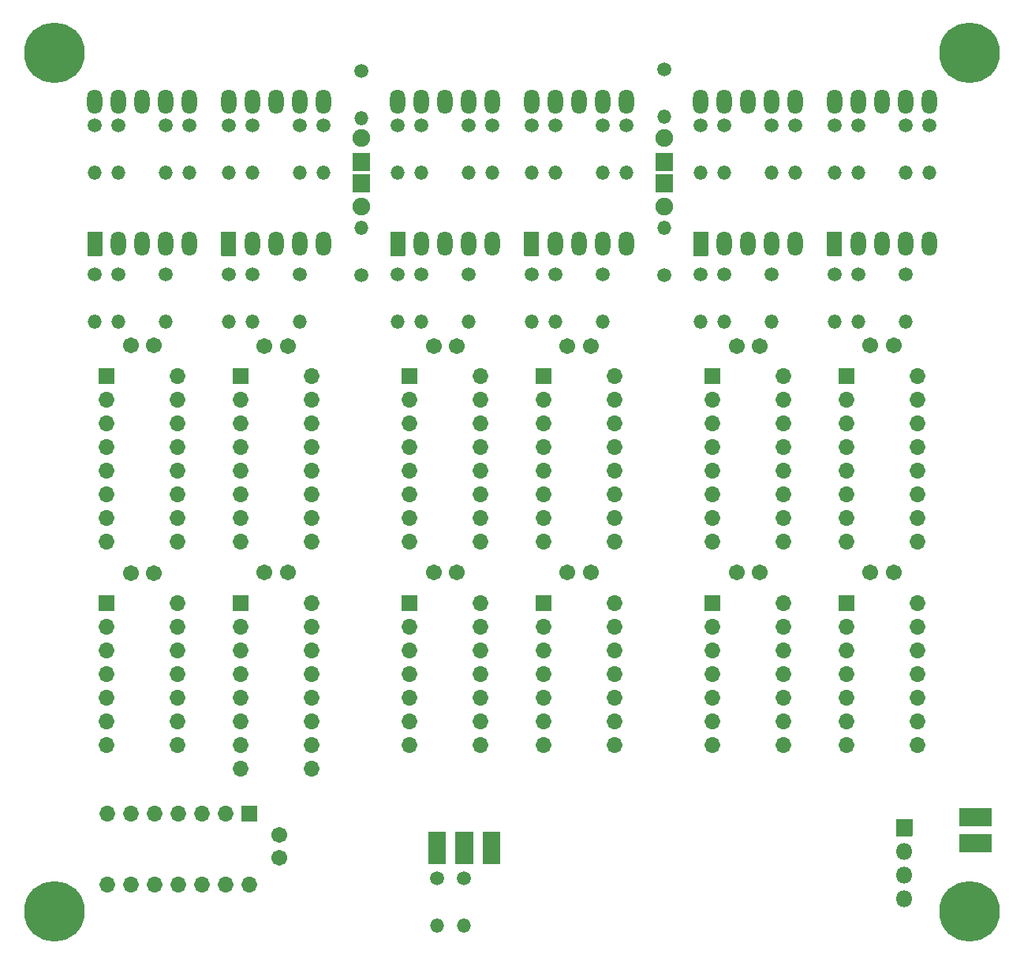
<source format=gbr>
G04 #@! TF.GenerationSoftware,KiCad,Pcbnew,(5.1.8)-1*
G04 #@! TF.CreationDate,2021-01-31T20:23:03-05:00*
G04 #@! TF.ProjectId,TTL_Logic_Clock_revA,54544c5f-4c6f-4676-9963-5f436c6f636b,rev?*
G04 #@! TF.SameCoordinates,Original*
G04 #@! TF.FileFunction,Soldermask,Bot*
G04 #@! TF.FilePolarity,Negative*
%FSLAX46Y46*%
G04 Gerber Fmt 4.6, Leading zero omitted, Abs format (unit mm)*
G04 Created by KiCad (PCBNEW (5.1.8)-1) date 2021-01-31 20:23:03*
%MOMM*%
%LPD*%
G01*
G04 APERTURE LIST*
%ADD10O,1.502000X1.502000*%
%ADD11C,1.502000*%
%ADD12O,1.702000X1.702000*%
%ADD13O,1.802000X1.802000*%
%ADD14C,6.502000*%
%ADD15C,1.902000*%
%ADD16C,1.702000*%
%ADD17O,1.626000X2.626000*%
G04 APERTURE END LIST*
G36*
G01*
X108215000Y-122020000D02*
X106415000Y-122020000D01*
G75*
G02*
X106364000Y-121969000I0J51000D01*
G01*
X106364000Y-118569000D01*
G75*
G02*
X106415000Y-118518000I51000J0D01*
G01*
X108215000Y-118518000D01*
G75*
G02*
X108266000Y-118569000I0J-51000D01*
G01*
X108266000Y-121969000D01*
G75*
G02*
X108215000Y-122020000I-51000J0D01*
G01*
G37*
G36*
G01*
X102373000Y-122020000D02*
X100573000Y-122020000D01*
G75*
G02*
X100522000Y-121969000I0J51000D01*
G01*
X100522000Y-118569000D01*
G75*
G02*
X100573000Y-118518000I51000J0D01*
G01*
X102373000Y-118518000D01*
G75*
G02*
X102424000Y-118569000I0J-51000D01*
G01*
X102424000Y-121969000D01*
G75*
G02*
X102373000Y-122020000I-51000J0D01*
G01*
G37*
G36*
G01*
X105294000Y-122020000D02*
X103494000Y-122020000D01*
G75*
G02*
X103443000Y-121969000I0J51000D01*
G01*
X103443000Y-118569000D01*
G75*
G02*
X103494000Y-118518000I51000J0D01*
G01*
X105294000Y-118518000D01*
G75*
G02*
X105345000Y-118569000I0J-51000D01*
G01*
X105345000Y-121969000D01*
G75*
G02*
X105294000Y-122020000I-51000J0D01*
G01*
G37*
D10*
X104394000Y-128651000D03*
D11*
X104394000Y-123571000D03*
D10*
X101473000Y-128651000D03*
D11*
X101473000Y-123571000D03*
G36*
G01*
X157507000Y-120661000D02*
X157507000Y-118861000D01*
G75*
G02*
X157558000Y-118810000I51000J0D01*
G01*
X160958000Y-118810000D01*
G75*
G02*
X161009000Y-118861000I0J-51000D01*
G01*
X161009000Y-120661000D01*
G75*
G02*
X160958000Y-120712000I-51000J0D01*
G01*
X157558000Y-120712000D01*
G75*
G02*
X157507000Y-120661000I0J51000D01*
G01*
G37*
G36*
G01*
X157507000Y-117867000D02*
X157507000Y-116067000D01*
G75*
G02*
X157558000Y-116016000I51000J0D01*
G01*
X160958000Y-116016000D01*
G75*
G02*
X161009000Y-116067000I0J-51000D01*
G01*
X161009000Y-117867000D01*
G75*
G02*
X160958000Y-117918000I-51000J0D01*
G01*
X157558000Y-117918000D01*
G75*
G02*
X157507000Y-117867000I0J51000D01*
G01*
G37*
D12*
X153045000Y-93980000D03*
X145425000Y-109220000D03*
X153045000Y-96520000D03*
X145425000Y-106680000D03*
X153045000Y-99060000D03*
X145425000Y-104140000D03*
X153045000Y-101600000D03*
X145425000Y-101600000D03*
X153045000Y-104140000D03*
X145425000Y-99060000D03*
X153045000Y-106680000D03*
X145425000Y-96520000D03*
X153045000Y-109220000D03*
G36*
G01*
X144574000Y-94780000D02*
X144574000Y-93180000D01*
G75*
G02*
X144625000Y-93129000I51000J0D01*
G01*
X146225000Y-93129000D01*
G75*
G02*
X146276000Y-93180000I0J-51000D01*
G01*
X146276000Y-94780000D01*
G75*
G02*
X146225000Y-94831000I-51000J0D01*
G01*
X144625000Y-94831000D01*
G75*
G02*
X144574000Y-94780000I0J51000D01*
G01*
G37*
X138694000Y-93980000D03*
X131074000Y-109220000D03*
X138694000Y-96520000D03*
X131074000Y-106680000D03*
X138694000Y-99060000D03*
X131074000Y-104140000D03*
X138694000Y-101600000D03*
X131074000Y-101600000D03*
X138694000Y-104140000D03*
X131074000Y-99060000D03*
X138694000Y-106680000D03*
X131074000Y-96520000D03*
X138694000Y-109220000D03*
G36*
G01*
X130223000Y-94780000D02*
X130223000Y-93180000D01*
G75*
G02*
X130274000Y-93129000I51000J0D01*
G01*
X131874000Y-93129000D01*
G75*
G02*
X131925000Y-93180000I0J-51000D01*
G01*
X131925000Y-94780000D01*
G75*
G02*
X131874000Y-94831000I-51000J0D01*
G01*
X130274000Y-94831000D01*
G75*
G02*
X130223000Y-94780000I0J51000D01*
G01*
G37*
G36*
G01*
X112062000Y-94780000D02*
X112062000Y-93180000D01*
G75*
G02*
X112113000Y-93129000I51000J0D01*
G01*
X113713000Y-93129000D01*
G75*
G02*
X113764000Y-93180000I0J-51000D01*
G01*
X113764000Y-94780000D01*
G75*
G02*
X113713000Y-94831000I-51000J0D01*
G01*
X112113000Y-94831000D01*
G75*
G02*
X112062000Y-94780000I0J51000D01*
G01*
G37*
X120533000Y-109220000D03*
X112913000Y-96520000D03*
X120533000Y-106680000D03*
X112913000Y-99060000D03*
X120533000Y-104140000D03*
X112913000Y-101600000D03*
X120533000Y-101600000D03*
X112913000Y-104140000D03*
X120533000Y-99060000D03*
X112913000Y-106680000D03*
X120533000Y-96520000D03*
X112913000Y-109220000D03*
X120533000Y-93980000D03*
X153045000Y-69596000D03*
X145425000Y-87376000D03*
X153045000Y-72136000D03*
X145425000Y-84836000D03*
X153045000Y-74676000D03*
X145425000Y-82296000D03*
X153045000Y-77216000D03*
X145425000Y-79756000D03*
X153045000Y-79756000D03*
X145425000Y-77216000D03*
X153045000Y-82296000D03*
X145425000Y-74676000D03*
X153045000Y-84836000D03*
X145425000Y-72136000D03*
X153045000Y-87376000D03*
G36*
G01*
X144574000Y-70396000D02*
X144574000Y-68796000D01*
G75*
G02*
X144625000Y-68745000I51000J0D01*
G01*
X146225000Y-68745000D01*
G75*
G02*
X146276000Y-68796000I0J-51000D01*
G01*
X146276000Y-70396000D01*
G75*
G02*
X146225000Y-70447000I-51000J0D01*
G01*
X144625000Y-70447000D01*
G75*
G02*
X144574000Y-70396000I0J51000D01*
G01*
G37*
X138694000Y-69596000D03*
X131074000Y-87376000D03*
X138694000Y-72136000D03*
X131074000Y-84836000D03*
X138694000Y-74676000D03*
X131074000Y-82296000D03*
X138694000Y-77216000D03*
X131074000Y-79756000D03*
X138694000Y-79756000D03*
X131074000Y-77216000D03*
X138694000Y-82296000D03*
X131074000Y-74676000D03*
X138694000Y-84836000D03*
X131074000Y-72136000D03*
X138694000Y-87376000D03*
G36*
G01*
X130223000Y-70396000D02*
X130223000Y-68796000D01*
G75*
G02*
X130274000Y-68745000I51000J0D01*
G01*
X131874000Y-68745000D01*
G75*
G02*
X131925000Y-68796000I0J-51000D01*
G01*
X131925000Y-70396000D01*
G75*
G02*
X131874000Y-70447000I-51000J0D01*
G01*
X130274000Y-70447000D01*
G75*
G02*
X130223000Y-70396000I0J51000D01*
G01*
G37*
X120533000Y-69596000D03*
X112913000Y-87376000D03*
X120533000Y-72136000D03*
X112913000Y-84836000D03*
X120533000Y-74676000D03*
X112913000Y-82296000D03*
X120533000Y-77216000D03*
X112913000Y-79756000D03*
X120533000Y-79756000D03*
X112913000Y-77216000D03*
X120533000Y-82296000D03*
X112913000Y-74676000D03*
X120533000Y-84836000D03*
X112913000Y-72136000D03*
X120533000Y-87376000D03*
G36*
G01*
X112062000Y-70396000D02*
X112062000Y-68796000D01*
G75*
G02*
X112113000Y-68745000I51000J0D01*
G01*
X113713000Y-68745000D01*
G75*
G02*
X113764000Y-68796000I0J-51000D01*
G01*
X113764000Y-70396000D01*
G75*
G02*
X113713000Y-70447000I-51000J0D01*
G01*
X112113000Y-70447000D01*
G75*
G02*
X112062000Y-70396000I0J51000D01*
G01*
G37*
G36*
G01*
X97711000Y-70396000D02*
X97711000Y-68796000D01*
G75*
G02*
X97762000Y-68745000I51000J0D01*
G01*
X99362000Y-68745000D01*
G75*
G02*
X99413000Y-68796000I0J-51000D01*
G01*
X99413000Y-70396000D01*
G75*
G02*
X99362000Y-70447000I-51000J0D01*
G01*
X97762000Y-70447000D01*
G75*
G02*
X97711000Y-70396000I0J51000D01*
G01*
G37*
X106182000Y-87376000D03*
X98562000Y-72136000D03*
X106182000Y-84836000D03*
X98562000Y-74676000D03*
X106182000Y-82296000D03*
X98562000Y-77216000D03*
X106182000Y-79756000D03*
X98562000Y-79756000D03*
X106182000Y-77216000D03*
X98562000Y-82296000D03*
X106182000Y-74676000D03*
X98562000Y-84836000D03*
X106182000Y-72136000D03*
X98562000Y-87376000D03*
X106182000Y-69596000D03*
G36*
G01*
X79550000Y-94780000D02*
X79550000Y-93180000D01*
G75*
G02*
X79601000Y-93129000I51000J0D01*
G01*
X81201000Y-93129000D01*
G75*
G02*
X81252000Y-93180000I0J-51000D01*
G01*
X81252000Y-94780000D01*
G75*
G02*
X81201000Y-94831000I-51000J0D01*
G01*
X79601000Y-94831000D01*
G75*
G02*
X79550000Y-94780000I0J51000D01*
G01*
G37*
X88021000Y-111760000D03*
X80401000Y-96520000D03*
X88021000Y-109220000D03*
X80401000Y-99060000D03*
X88021000Y-106680000D03*
X80401000Y-101600000D03*
X88021000Y-104140000D03*
X80401000Y-104140000D03*
X88021000Y-101600000D03*
X80401000Y-106680000D03*
X88021000Y-99060000D03*
X80401000Y-109220000D03*
X88021000Y-96520000D03*
X80401000Y-111760000D03*
X88021000Y-93980000D03*
X88021000Y-69596000D03*
X80401000Y-87376000D03*
X88021000Y-72136000D03*
X80401000Y-84836000D03*
X88021000Y-74676000D03*
X80401000Y-82296000D03*
X88021000Y-77216000D03*
X80401000Y-79756000D03*
X88021000Y-79756000D03*
X80401000Y-77216000D03*
X88021000Y-82296000D03*
X80401000Y-74676000D03*
X88021000Y-84836000D03*
X80401000Y-72136000D03*
X88021000Y-87376000D03*
G36*
G01*
X79550000Y-70396000D02*
X79550000Y-68796000D01*
G75*
G02*
X79601000Y-68745000I51000J0D01*
G01*
X81201000Y-68745000D01*
G75*
G02*
X81252000Y-68796000I0J-51000D01*
G01*
X81252000Y-70396000D01*
G75*
G02*
X81201000Y-70447000I-51000J0D01*
G01*
X79601000Y-70447000D01*
G75*
G02*
X79550000Y-70396000I0J51000D01*
G01*
G37*
X73670000Y-69596000D03*
X66050000Y-87376000D03*
X73670000Y-72136000D03*
X66050000Y-84836000D03*
X73670000Y-74676000D03*
X66050000Y-82296000D03*
X73670000Y-77216000D03*
X66050000Y-79756000D03*
X73670000Y-79756000D03*
X66050000Y-77216000D03*
X73670000Y-82296000D03*
X66050000Y-74676000D03*
X73670000Y-84836000D03*
X66050000Y-72136000D03*
X73670000Y-87376000D03*
G36*
G01*
X65199000Y-70396000D02*
X65199000Y-68796000D01*
G75*
G02*
X65250000Y-68745000I51000J0D01*
G01*
X66850000Y-68745000D01*
G75*
G02*
X66901000Y-68796000I0J-51000D01*
G01*
X66901000Y-70396000D01*
G75*
G02*
X66850000Y-70447000I-51000J0D01*
G01*
X65250000Y-70447000D01*
G75*
G02*
X65199000Y-70396000I0J51000D01*
G01*
G37*
X106182000Y-93980000D03*
X98562000Y-109220000D03*
X106182000Y-96520000D03*
X98562000Y-106680000D03*
X106182000Y-99060000D03*
X98562000Y-104140000D03*
X106182000Y-101600000D03*
X98562000Y-101600000D03*
X106182000Y-104140000D03*
X98562000Y-99060000D03*
X106182000Y-106680000D03*
X98562000Y-96520000D03*
X106182000Y-109220000D03*
G36*
G01*
X97711000Y-94780000D02*
X97711000Y-93180000D01*
G75*
G02*
X97762000Y-93129000I51000J0D01*
G01*
X99362000Y-93129000D01*
G75*
G02*
X99413000Y-93180000I0J-51000D01*
G01*
X99413000Y-94780000D01*
G75*
G02*
X99362000Y-94831000I-51000J0D01*
G01*
X97762000Y-94831000D01*
G75*
G02*
X97711000Y-94780000I0J51000D01*
G01*
G37*
G36*
G01*
X80550000Y-115735000D02*
X82150000Y-115735000D01*
G75*
G02*
X82201000Y-115786000I0J-51000D01*
G01*
X82201000Y-117386000D01*
G75*
G02*
X82150000Y-117437000I-51000J0D01*
G01*
X80550000Y-117437000D01*
G75*
G02*
X80499000Y-117386000I0J51000D01*
G01*
X80499000Y-115786000D01*
G75*
G02*
X80550000Y-115735000I51000J0D01*
G01*
G37*
X66110000Y-124206000D03*
X78810000Y-116586000D03*
X68650000Y-124206000D03*
X76270000Y-116586000D03*
X71190000Y-124206000D03*
X73730000Y-116586000D03*
X73730000Y-124206000D03*
X71190000Y-116586000D03*
X76270000Y-124206000D03*
X68650000Y-116586000D03*
X78810000Y-124206000D03*
X66110000Y-116586000D03*
X81350000Y-124206000D03*
G36*
G01*
X65199000Y-94780000D02*
X65199000Y-93180000D01*
G75*
G02*
X65250000Y-93129000I51000J0D01*
G01*
X66850000Y-93129000D01*
G75*
G02*
X66901000Y-93180000I0J-51000D01*
G01*
X66901000Y-94780000D01*
G75*
G02*
X66850000Y-94831000I-51000J0D01*
G01*
X65250000Y-94831000D01*
G75*
G02*
X65199000Y-94780000I0J51000D01*
G01*
G37*
X73670000Y-109220000D03*
X66050000Y-96520000D03*
X73670000Y-106680000D03*
X66050000Y-99060000D03*
X73670000Y-104140000D03*
X66050000Y-101600000D03*
X73670000Y-101600000D03*
X66050000Y-104140000D03*
X73670000Y-99060000D03*
X66050000Y-106680000D03*
X73670000Y-96520000D03*
X66050000Y-109220000D03*
X73670000Y-93980000D03*
D10*
X125857000Y-53721000D03*
D11*
X125857000Y-58801000D03*
D10*
X125857000Y-41783000D03*
D11*
X125857000Y-36703000D03*
D10*
X93345000Y-53721000D03*
D11*
X93345000Y-58801000D03*
D10*
X93345000Y-41910000D03*
D11*
X93345000Y-36830000D03*
D10*
X144145000Y-47752000D03*
D11*
X144145000Y-42672000D03*
D10*
X146685000Y-47752000D03*
D11*
X146685000Y-42672000D03*
D10*
X144145000Y-63754000D03*
D11*
X144145000Y-58674000D03*
D10*
X146685000Y-63754000D03*
D11*
X146685000Y-58674000D03*
D10*
X151765000Y-63754000D03*
D11*
X151765000Y-58674000D03*
D10*
X154305000Y-47752000D03*
D11*
X154305000Y-42672000D03*
D10*
X151765000Y-47752000D03*
D11*
X151765000Y-42672000D03*
D10*
X129794000Y-47752000D03*
D11*
X129794000Y-42672000D03*
D10*
X132334000Y-47752000D03*
D11*
X132334000Y-42672000D03*
D10*
X129794000Y-63754000D03*
D11*
X129794000Y-58674000D03*
D10*
X132334000Y-63754000D03*
D11*
X132334000Y-58674000D03*
D10*
X137414000Y-63754000D03*
D11*
X137414000Y-58674000D03*
D10*
X139954000Y-47752000D03*
D11*
X139954000Y-42672000D03*
D10*
X137414000Y-47752000D03*
D11*
X137414000Y-42672000D03*
D10*
X111633000Y-47752000D03*
D11*
X111633000Y-42672000D03*
D10*
X114173000Y-47752000D03*
D11*
X114173000Y-42672000D03*
X111633000Y-58674000D03*
D10*
X111633000Y-63754000D03*
D11*
X114173000Y-58674000D03*
D10*
X114173000Y-63754000D03*
D11*
X119253000Y-58674000D03*
D10*
X119253000Y-63754000D03*
X121793000Y-47752000D03*
D11*
X121793000Y-42672000D03*
D10*
X119253000Y-47752000D03*
D11*
X119253000Y-42672000D03*
D10*
X97282000Y-47752000D03*
D11*
X97282000Y-42672000D03*
D10*
X99822000Y-47752000D03*
D11*
X99822000Y-42672000D03*
D10*
X97282000Y-63754000D03*
D11*
X97282000Y-58674000D03*
D10*
X99822000Y-63754000D03*
D11*
X99822000Y-58674000D03*
D10*
X104902000Y-63754000D03*
D11*
X104902000Y-58674000D03*
D10*
X107442000Y-47752000D03*
D11*
X107442000Y-42672000D03*
D10*
X104902000Y-47752000D03*
D11*
X104902000Y-42672000D03*
D10*
X79121000Y-47752000D03*
D11*
X79121000Y-42672000D03*
D10*
X81661000Y-47752000D03*
D11*
X81661000Y-42672000D03*
D10*
X79121000Y-63754000D03*
D11*
X79121000Y-58674000D03*
D10*
X81661000Y-63754000D03*
D11*
X81661000Y-58674000D03*
D10*
X86741000Y-63754000D03*
D11*
X86741000Y-58674000D03*
D10*
X89281000Y-47752000D03*
D11*
X89281000Y-42672000D03*
D10*
X86741000Y-47752000D03*
D11*
X86741000Y-42672000D03*
D10*
X64770000Y-47752000D03*
D11*
X64770000Y-42672000D03*
D10*
X67310000Y-47752000D03*
D11*
X67310000Y-42672000D03*
X64770000Y-58674000D03*
D10*
X64770000Y-63754000D03*
D11*
X67310000Y-58674000D03*
D10*
X67310000Y-63754000D03*
D11*
X72390000Y-58674000D03*
D10*
X72390000Y-63754000D03*
X74930000Y-47752000D03*
D11*
X74930000Y-42672000D03*
D10*
X72390000Y-47752000D03*
D11*
X72390000Y-42672000D03*
D13*
X151638000Y-125730000D03*
X151638000Y-123190000D03*
X151638000Y-120650000D03*
G36*
G01*
X150737000Y-118960000D02*
X150737000Y-117260000D01*
G75*
G02*
X150788000Y-117209000I51000J0D01*
G01*
X152488000Y-117209000D01*
G75*
G02*
X152539000Y-117260000I0J-51000D01*
G01*
X152539000Y-118960000D01*
G75*
G02*
X152488000Y-119011000I-51000J0D01*
G01*
X150788000Y-119011000D01*
G75*
G02*
X150737000Y-118960000I0J51000D01*
G01*
G37*
D14*
X158623000Y-127127000D03*
X60452000Y-127127000D03*
X158623000Y-34925000D03*
X60452000Y-34925000D03*
G36*
G01*
X124957000Y-47944000D02*
X126757000Y-47944000D01*
G75*
G02*
X126808000Y-47995000I0J-51000D01*
G01*
X126808000Y-49795000D01*
G75*
G02*
X126757000Y-49846000I-51000J0D01*
G01*
X124957000Y-49846000D01*
G75*
G02*
X124906000Y-49795000I0J51000D01*
G01*
X124906000Y-47995000D01*
G75*
G02*
X124957000Y-47944000I51000J0D01*
G01*
G37*
D15*
X125857000Y-51435000D03*
X125857000Y-44069000D03*
G36*
G01*
X126757000Y-47560000D02*
X124957000Y-47560000D01*
G75*
G02*
X124906000Y-47509000I0J51000D01*
G01*
X124906000Y-45709000D01*
G75*
G02*
X124957000Y-45658000I51000J0D01*
G01*
X126757000Y-45658000D01*
G75*
G02*
X126808000Y-45709000I0J-51000D01*
G01*
X126808000Y-47509000D01*
G75*
G02*
X126757000Y-47560000I-51000J0D01*
G01*
G37*
X93345000Y-51435000D03*
G36*
G01*
X92445000Y-47944000D02*
X94245000Y-47944000D01*
G75*
G02*
X94296000Y-47995000I0J-51000D01*
G01*
X94296000Y-49795000D01*
G75*
G02*
X94245000Y-49846000I-51000J0D01*
G01*
X92445000Y-49846000D01*
G75*
G02*
X92394000Y-49795000I0J51000D01*
G01*
X92394000Y-47995000D01*
G75*
G02*
X92445000Y-47944000I51000J0D01*
G01*
G37*
G36*
G01*
X94245000Y-47560000D02*
X92445000Y-47560000D01*
G75*
G02*
X92394000Y-47509000I0J51000D01*
G01*
X92394000Y-45709000D01*
G75*
G02*
X92445000Y-45658000I51000J0D01*
G01*
X94245000Y-45658000D01*
G75*
G02*
X94296000Y-45709000I0J-51000D01*
G01*
X94296000Y-47509000D01*
G75*
G02*
X94245000Y-47560000I-51000J0D01*
G01*
G37*
X93345000Y-44069000D03*
D16*
X147975000Y-66294000D03*
X150475000Y-66294000D03*
X133624000Y-66357500D03*
X136124000Y-66357500D03*
X115463000Y-66357500D03*
X117963000Y-66357500D03*
X101112000Y-66421000D03*
X103612000Y-66421000D03*
X82951000Y-90678000D03*
X85451000Y-90678000D03*
X82951000Y-66421000D03*
X85451000Y-66421000D03*
X68600000Y-66294000D03*
X71100000Y-66294000D03*
X103612000Y-90678000D03*
X101112000Y-90678000D03*
X150475000Y-90678000D03*
X147975000Y-90678000D03*
X136124000Y-90678000D03*
X133624000Y-90678000D03*
X115463000Y-90678000D03*
X117963000Y-90678000D03*
X84582000Y-118872000D03*
X84582000Y-121372000D03*
X71100000Y-90805000D03*
X68600000Y-90805000D03*
G36*
G01*
X128981000Y-56646700D02*
X128981000Y-54122700D01*
G75*
G02*
X129032000Y-54071700I51000J0D01*
G01*
X130556000Y-54071700D01*
G75*
G02*
X130607000Y-54122700I0J-51000D01*
G01*
X130607000Y-56646700D01*
G75*
G02*
X130556000Y-56697700I-51000J0D01*
G01*
X129032000Y-56697700D01*
G75*
G02*
X128981000Y-56646700I0J51000D01*
G01*
G37*
D17*
X132334000Y-55384700D03*
X134874000Y-55384700D03*
X137414000Y-55384700D03*
X139954000Y-55384700D03*
X139954000Y-40144700D03*
X137414000Y-40144700D03*
X134874000Y-40144700D03*
X132334000Y-40144700D03*
X129794000Y-40144700D03*
G36*
G01*
X110820000Y-56646700D02*
X110820000Y-54122700D01*
G75*
G02*
X110871000Y-54071700I51000J0D01*
G01*
X112395000Y-54071700D01*
G75*
G02*
X112446000Y-54122700I0J-51000D01*
G01*
X112446000Y-56646700D01*
G75*
G02*
X112395000Y-56697700I-51000J0D01*
G01*
X110871000Y-56697700D01*
G75*
G02*
X110820000Y-56646700I0J51000D01*
G01*
G37*
X114173000Y-55384700D03*
X116713000Y-55384700D03*
X119253000Y-55384700D03*
X121793000Y-55384700D03*
X121793000Y-40144700D03*
X119253000Y-40144700D03*
X116713000Y-40144700D03*
X114173000Y-40144700D03*
X111633000Y-40144700D03*
G36*
G01*
X96469000Y-56646700D02*
X96469000Y-54122700D01*
G75*
G02*
X96520000Y-54071700I51000J0D01*
G01*
X98044000Y-54071700D01*
G75*
G02*
X98095000Y-54122700I0J-51000D01*
G01*
X98095000Y-56646700D01*
G75*
G02*
X98044000Y-56697700I-51000J0D01*
G01*
X96520000Y-56697700D01*
G75*
G02*
X96469000Y-56646700I0J51000D01*
G01*
G37*
X99822000Y-55384700D03*
X102362000Y-55384700D03*
X104902000Y-55384700D03*
X107442000Y-55384700D03*
X107442000Y-40144700D03*
X104902000Y-40144700D03*
X102362000Y-40144700D03*
X99822000Y-40144700D03*
X97282000Y-40144700D03*
G36*
G01*
X78308000Y-56646700D02*
X78308000Y-54122700D01*
G75*
G02*
X78359000Y-54071700I51000J0D01*
G01*
X79883000Y-54071700D01*
G75*
G02*
X79934000Y-54122700I0J-51000D01*
G01*
X79934000Y-56646700D01*
G75*
G02*
X79883000Y-56697700I-51000J0D01*
G01*
X78359000Y-56697700D01*
G75*
G02*
X78308000Y-56646700I0J51000D01*
G01*
G37*
X81661000Y-55384700D03*
X84201000Y-55384700D03*
X86741000Y-55384700D03*
X89281000Y-55384700D03*
X89281000Y-40144700D03*
X86741000Y-40144700D03*
X84201000Y-40144700D03*
X81661000Y-40144700D03*
X79121000Y-40144700D03*
G36*
G01*
X63957000Y-56646700D02*
X63957000Y-54122700D01*
G75*
G02*
X64008000Y-54071700I51000J0D01*
G01*
X65532000Y-54071700D01*
G75*
G02*
X65583000Y-54122700I0J-51000D01*
G01*
X65583000Y-56646700D01*
G75*
G02*
X65532000Y-56697700I-51000J0D01*
G01*
X64008000Y-56697700D01*
G75*
G02*
X63957000Y-56646700I0J51000D01*
G01*
G37*
X67310000Y-55384700D03*
X69850000Y-55384700D03*
X72390000Y-55384700D03*
X74930000Y-55384700D03*
X74930000Y-40144700D03*
X72390000Y-40144700D03*
X69850000Y-40144700D03*
X67310000Y-40144700D03*
X64770000Y-40144700D03*
G36*
G01*
X143332000Y-56646700D02*
X143332000Y-54122700D01*
G75*
G02*
X143383000Y-54071700I51000J0D01*
G01*
X144907000Y-54071700D01*
G75*
G02*
X144958000Y-54122700I0J-51000D01*
G01*
X144958000Y-56646700D01*
G75*
G02*
X144907000Y-56697700I-51000J0D01*
G01*
X143383000Y-56697700D01*
G75*
G02*
X143332000Y-56646700I0J51000D01*
G01*
G37*
X146685000Y-55384700D03*
X149225000Y-55384700D03*
X151765000Y-55384700D03*
X154305000Y-55384700D03*
X154305000Y-40144700D03*
X151765000Y-40144700D03*
X149225000Y-40144700D03*
X146685000Y-40144700D03*
X144145000Y-40144700D03*
M02*

</source>
